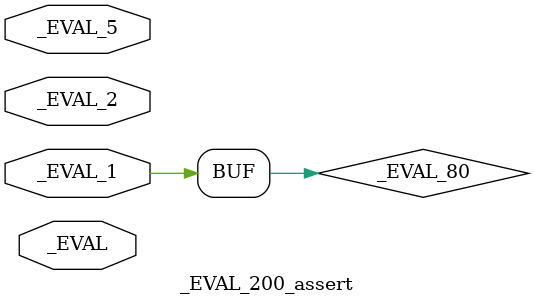
<source format=sv>
module _EVAL_200_assert(
  input        _EVAL,
  input        _EVAL_1,
  input        _EVAL_2,
  input  [3:0] _EVAL_5
);
  wire  _EVAL_4;
  wire  _EVAL_6;
  wire  _EVAL_8;
  wire  _EVAL_10;
  wire  _EVAL_13;
  wire  _EVAL_14;
  wire  _EVAL_15;
  wire  _EVAL_18;
  wire  _EVAL_20;
  wire  _EVAL_21;
  wire  _EVAL_23;
  wire  _EVAL_24;
  wire  _EVAL_25;
  wire  _EVAL_27;
  wire  _EVAL_28;
  wire  _EVAL_31;
  wire  _EVAL_32;
  wire  _EVAL_36;
  wire  _EVAL_37;
  wire  _EVAL_39;
  wire  _EVAL_40;
  wire  _EVAL_43;
  wire  _EVAL_45;
  wire  _EVAL_46;
  wire  _EVAL_47;
  wire  _EVAL_50;
  wire  _EVAL_52;
  wire  _EVAL_53;
  wire  _EVAL_54;
  wire  _EVAL_55;
  wire  _EVAL_56;
  wire  _EVAL_57;
  wire  _EVAL_58;
  wire  _EVAL_59;
  wire  _EVAL_61;
  wire  _EVAL_62;
  wire  _EVAL_64;
  wire  _EVAL_66;
  wire  _EVAL_67;
  wire  _EVAL_70;
  wire  _EVAL_72;
  wire  _EVAL_73;
  wire  _EVAL_74;
  wire  _EVAL_77;
  wire  _EVAL_80;
  wire  _EVAL_82;
  wire  _EVAL_84;
  wire  _EVAL_87;
  wire  _EVAL_88;
  wire  _EVAL_89;
  wire  _EVAL_90;
  wire  _EVAL_91;
  wire  _EVAL_92;
  wire  _EVAL_94;
  wire  _EVAL_95;
  wire  _EVAL_96;
  wire  _EVAL_97;
  wire  _EVAL_98;
  wire  _EVAL_103;
  wire  _EVAL_104;
  wire  _EVAL_105;
  wire  _EVAL_106;
  wire  _EVAL_109;
  wire  _EVAL_110;
  wire  _EVAL_111;
  wire  _EVAL_112;
  wire  _EVAL_113;
  assign _EVAL_4 = _EVAL_14 & _EVAL_80;
  assign _EVAL_73 = _EVAL_10 & _EVAL_2;
  assign _EVAL_70 = _EVAL_59 & _EVAL_24;
  assign _EVAL_10 = _EVAL_5 == 4'h6;
  assign _EVAL_96 = _EVAL_21 & _EVAL_80;
  assign _EVAL_59 = _EVAL_5 == 4'h8;
  assign _EVAL_74 = _EVAL_5 == 4'h9;
  assign _EVAL_111 = _EVAL_5 == 4'h4;
  assign _EVAL_72 = _EVAL_74 & _EVAL_2;
  assign _EVAL_62 = _EVAL_37 & _EVAL_2;
  assign _EVAL_113 = _EVAL_54 & _EVAL_80;
  assign _EVAL_28 = _EVAL_6 & _EVAL_24;
  assign _EVAL_43 = _EVAL_50 & _EVAL_80;
  assign _EVAL_106 = _EVAL_6 & _EVAL_80;
  assign _EVAL_18 = _EVAL_5 == 4'h7;
  assign _EVAL_67 = _EVAL_59 & _EVAL_80;
  assign _EVAL_13 = _EVAL_5 == 4'h2;
  assign _EVAL_45 = _EVAL_55 & _EVAL_80;
  assign _EVAL_84 = _EVAL_5 == 4'h5;
  assign _EVAL_31 = _EVAL_5 == 4'hf;
  assign _EVAL_15 = _EVAL_10 & _EVAL_80;
  assign _EVAL_46 = _EVAL_31 & _EVAL_80;
  assign _EVAL_61 = _EVAL_14 & _EVAL_2;
  assign _EVAL_54 = _EVAL_5 == 4'ha;
  assign _EVAL_109 = _EVAL_5 == 4'hb;
  assign _EVAL_58 = _EVAL_54 & _EVAL_24;
  assign _EVAL_98 = _EVAL_31 & _EVAL_24;
  assign _EVAL_23 = _EVAL_109 & _EVAL_80;
  assign _EVAL_91 = _EVAL_13 & _EVAL_24;
  assign _EVAL_21 = _EVAL_5 == 4'h3;
  assign _EVAL_89 = _EVAL_31 & _EVAL_2;
  assign _EVAL_88 = _EVAL_109 & _EVAL_24;
  assign _EVAL_50 = _EVAL_5 == 4'hc;
  assign _EVAL_47 = _EVAL_84 & _EVAL_2;
  assign _EVAL_110 = _EVAL_14 & _EVAL_24;
  assign _EVAL_53 = _EVAL_50 & _EVAL_2;
  assign _EVAL_87 = _EVAL_84 & _EVAL_80;
  assign _EVAL_37 = _EVAL_5 == 4'hd;
  assign _EVAL_56 = _EVAL_54 & _EVAL_2;
  assign _EVAL_52 = _EVAL_18 & _EVAL_80;
  assign _EVAL_82 = _EVAL_18 & _EVAL_24;
  assign _EVAL_112 = _EVAL_111 & _EVAL_80;
  assign _EVAL_80 = _EVAL_1;
  assign _EVAL_24 = ~_EVAL_2;
  assign _EVAL_64 = _EVAL_55 & _EVAL_24;
  assign _EVAL_92 = ~_EVAL_80;
  assign _EVAL_103 = _EVAL_21 & _EVAL_24;
  assign _EVAL_90 = _EVAL_74 & _EVAL_80;
  assign _EVAL_20 = _EVAL_10 & _EVAL_24;
  assign _EVAL_39 = _EVAL_84 & _EVAL_24;
  assign _EVAL_32 = _EVAL_13 & _EVAL_80;
  assign _EVAL_104 = _EVAL_37 & _EVAL_24;
  assign _EVAL_40 = _EVAL_59 & _EVAL_2;
  assign _EVAL_77 = _EVAL_21 & _EVAL_2;
  assign _EVAL_55 = _EVAL_5 == 4'h0;
  assign _EVAL_27 = _EVAL_37 & _EVAL_80;
  assign _EVAL_97 = _EVAL_111 & _EVAL_2;
  assign _EVAL_14 = _EVAL_5 == 4'h1;
  assign _EVAL_57 = _EVAL_18 & _EVAL_2;
  assign _EVAL_95 = _EVAL_50 & _EVAL_24;
  assign _EVAL_6 = _EVAL_5 == 4'he;
  assign _EVAL_66 = _EVAL_74 & _EVAL_24;
  assign _EVAL_25 = _EVAL_111 & _EVAL_24;
  assign _EVAL_36 = _EVAL_13 & _EVAL_2;
  assign _EVAL_8 = _EVAL_55 & _EVAL_2;
  assign _EVAL_94 = _EVAL_6 & _EVAL_2;
  assign _EVAL_105 = _EVAL_109 & _EVAL_2;
  always @(posedge _EVAL) begin
    `ifndef SYNTHESIS
    `ifdef PRINTF_COND
      if (`PRINTF_COND) begin
    `endif
        if (_EVAL_94 & _EVAL_92) begin
          $fwrite(32'h80000002,"Obfuscated Simulation Output(54eb487c)\n");
        end
    `ifdef PRINTF_COND
      end
    `endif
    `endif // SYNTHESIS
    `ifndef SYNTHESIS
    `ifdef PRINTF_COND
      if (`PRINTF_COND) begin
    `endif
        if (_EVAL_88 & _EVAL_92) begin
          $fwrite(32'h80000002,"Obfuscated Simulation Output(cec7298a)\n");
        end
    `ifdef PRINTF_COND
      end
    `endif
    `endif // SYNTHESIS
    `ifndef SYNTHESIS
    `ifdef PRINTF_COND
      if (`PRINTF_COND) begin
    `endif
        if (_EVAL_110 & _EVAL_92) begin
          $fwrite(32'h80000002,"Obfuscated Simulation Output(95776544)\n");
        end
    `ifdef PRINTF_COND
      end
    `endif
    `endif // SYNTHESIS
    `ifndef SYNTHESIS
    `ifdef PRINTF_COND
      if (`PRINTF_COND) begin
    `endif
        if (_EVAL_104 & _EVAL_92) begin
          $fwrite(32'h80000002,"Obfuscated Simulation Output(e6fec0b5)\n");
        end
    `ifdef PRINTF_COND
      end
    `endif
    `endif // SYNTHESIS
    `ifndef SYNTHESIS
    `ifdef PRINTF_COND
      if (`PRINTF_COND) begin
    `endif
        if (_EVAL_23 & _EVAL_92) begin
          $fwrite(32'h80000002,"Obfuscated Simulation Output(9bc134fb)\n");
        end
    `ifdef PRINTF_COND
      end
    `endif
    `endif // SYNTHESIS
    `ifndef SYNTHESIS
    `ifdef PRINTF_COND
      if (`PRINTF_COND) begin
    `endif
        if (_EVAL_113 & _EVAL_92) begin
          $fwrite(32'h80000002,"Obfuscated Simulation Output(fa49f817)\n");
        end
    `ifdef PRINTF_COND
      end
    `endif
    `endif // SYNTHESIS
    `ifndef SYNTHESIS
    `ifdef PRINTF_COND
      if (`PRINTF_COND) begin
    `endif
        if (_EVAL_97 & _EVAL_92) begin
          $fwrite(32'h80000002,"Obfuscated Simulation Output(d494e55a)\n");
        end
    `ifdef PRINTF_COND
      end
    `endif
    `endif // SYNTHESIS
    `ifndef SYNTHESIS
    `ifdef PRINTF_COND
      if (`PRINTF_COND) begin
    `endif
        if (_EVAL_77 & _EVAL_92) begin
          $fwrite(32'h80000002,"Obfuscated Simulation Output(c6e8c898)\n");
        end
    `ifdef PRINTF_COND
      end
    `endif
    `endif // SYNTHESIS
    `ifndef SYNTHESIS
    `ifdef PRINTF_COND
      if (`PRINTF_COND) begin
    `endif
        if (_EVAL_40 & _EVAL_92) begin
          $fwrite(32'h80000002,"Obfuscated Simulation Output(af7edd20)\n");
        end
    `ifdef PRINTF_COND
      end
    `endif
    `endif // SYNTHESIS
    `ifndef SYNTHESIS
    `ifdef PRINTF_COND
      if (`PRINTF_COND) begin
    `endif
        if (_EVAL_73 & _EVAL_92) begin
          $fwrite(32'h80000002,"Obfuscated Simulation Output(fb95267)\n");
        end
    `ifdef PRINTF_COND
      end
    `endif
    `endif // SYNTHESIS
    `ifndef SYNTHESIS
    `ifdef PRINTF_COND
      if (`PRINTF_COND) begin
    `endif
        if (_EVAL_82 & _EVAL_92) begin
          $fwrite(32'h80000002,"Obfuscated Simulation Output(4063409c)\n");
        end
    `ifdef PRINTF_COND
      end
    `endif
    `endif // SYNTHESIS
    `ifndef SYNTHESIS
    `ifdef PRINTF_COND
      if (`PRINTF_COND) begin
    `endif
        if (_EVAL_90 & _EVAL_92) begin
          $fwrite(32'h80000002,"Obfuscated Simulation Output(397043f2)\n");
        end
    `ifdef PRINTF_COND
      end
    `endif
    `endif // SYNTHESIS
    `ifndef SYNTHESIS
    `ifdef PRINTF_COND
      if (`PRINTF_COND) begin
    `endif
        if (_EVAL_27 & _EVAL_92) begin
          $fwrite(32'h80000002,"Obfuscated Simulation Output(c93f6fcb)\n");
        end
    `ifdef PRINTF_COND
      end
    `endif
    `endif // SYNTHESIS
    `ifndef SYNTHESIS
    `ifdef PRINTF_COND
      if (`PRINTF_COND) begin
    `endif
        if (_EVAL_57 & _EVAL_92) begin
          $fwrite(32'h80000002,"Obfuscated Simulation Output(d997b4fe)\n");
        end
    `ifdef PRINTF_COND
      end
    `endif
    `endif // SYNTHESIS
    `ifndef SYNTHESIS
    `ifdef PRINTF_COND
      if (`PRINTF_COND) begin
    `endif
        if (_EVAL_103 & _EVAL_92) begin
          $fwrite(32'h80000002,"Obfuscated Simulation Output(c2f6e18)\n");
        end
    `ifdef PRINTF_COND
      end
    `endif
    `endif // SYNTHESIS
    `ifndef SYNTHESIS
    `ifdef PRINTF_COND
      if (`PRINTF_COND) begin
    `endif
        if (_EVAL_98 & _EVAL_92) begin
          $fwrite(32'h80000002,"Obfuscated Simulation Output(c5f0a6b5)\n");
        end
    `ifdef PRINTF_COND
      end
    `endif
    `endif // SYNTHESIS
    `ifndef SYNTHESIS
    `ifdef PRINTF_COND
      if (`PRINTF_COND) begin
    `endif
        if (_EVAL_112 & _EVAL_92) begin
          $fwrite(32'h80000002,"Obfuscated Simulation Output(1b3d24d3)\n");
        end
    `ifdef PRINTF_COND
      end
    `endif
    `endif // SYNTHESIS
    `ifndef SYNTHESIS
    `ifdef PRINTF_COND
      if (`PRINTF_COND) begin
    `endif
        if (_EVAL_72 & _EVAL_92) begin
          $fwrite(32'h80000002,"Obfuscated Simulation Output(d6c7c3d8)\n");
        end
    `ifdef PRINTF_COND
      end
    `endif
    `endif // SYNTHESIS
    `ifndef SYNTHESIS
    `ifdef PRINTF_COND
      if (`PRINTF_COND) begin
    `endif
        if (_EVAL_25 & _EVAL_92) begin
          $fwrite(32'h80000002,"Obfuscated Simulation Output(44a67fee)\n");
        end
    `ifdef PRINTF_COND
      end
    `endif
    `endif // SYNTHESIS
    `ifndef SYNTHESIS
    `ifdef PRINTF_COND
      if (`PRINTF_COND) begin
    `endif
        if (_EVAL_56 & _EVAL_92) begin
          $fwrite(32'h80000002,"Obfuscated Simulation Output(56d5add3)\n");
        end
    `ifdef PRINTF_COND
      end
    `endif
    `endif // SYNTHESIS
    `ifndef SYNTHESIS
    `ifdef PRINTF_COND
      if (`PRINTF_COND) begin
    `endif
        if (_EVAL_4 & _EVAL_92) begin
          $fwrite(32'h80000002,"Obfuscated Simulation Output(c6f7736d)\n");
        end
    `ifdef PRINTF_COND
      end
    `endif
    `endif // SYNTHESIS
    `ifndef SYNTHESIS
    `ifdef PRINTF_COND
      if (`PRINTF_COND) begin
    `endif
        if (_EVAL_43 & _EVAL_92) begin
          $fwrite(32'h80000002,"Obfuscated Simulation Output(3b1b230c)\n");
        end
    `ifdef PRINTF_COND
      end
    `endif
    `endif // SYNTHESIS
    `ifndef SYNTHESIS
    `ifdef PRINTF_COND
      if (`PRINTF_COND) begin
    `endif
        if (_EVAL_62 & _EVAL_92) begin
          $fwrite(32'h80000002,"Obfuscated Simulation Output(a16adac5)\n");
        end
    `ifdef PRINTF_COND
      end
    `endif
    `endif // SYNTHESIS
    `ifndef SYNTHESIS
    `ifdef PRINTF_COND
      if (`PRINTF_COND) begin
    `endif
        if (_EVAL_95 & _EVAL_92) begin
          $fwrite(32'h80000002,"Obfuscated Simulation Output(8282d629)\n");
        end
    `ifdef PRINTF_COND
      end
    `endif
    `endif // SYNTHESIS
    `ifndef SYNTHESIS
    `ifdef PRINTF_COND
      if (`PRINTF_COND) begin
    `endif
        if (_EVAL_46 & _EVAL_92) begin
          $fwrite(32'h80000002,"Obfuscated Simulation Output(762d94a)\n");
        end
    `ifdef PRINTF_COND
      end
    `endif
    `endif // SYNTHESIS
    `ifndef SYNTHESIS
    `ifdef PRINTF_COND
      if (`PRINTF_COND) begin
    `endif
        if (_EVAL_70 & _EVAL_92) begin
          $fwrite(32'h80000002,"Obfuscated Simulation Output(b0a4a287)\n");
        end
    `ifdef PRINTF_COND
      end
    `endif
    `endif // SYNTHESIS
    `ifndef SYNTHESIS
    `ifdef PRINTF_COND
      if (`PRINTF_COND) begin
    `endif
        if (_EVAL_61 & _EVAL_92) begin
          $fwrite(32'h80000002,"Obfuscated Simulation Output(19cccdf8)\n");
        end
    `ifdef PRINTF_COND
      end
    `endif
    `endif // SYNTHESIS
    `ifndef SYNTHESIS
    `ifdef PRINTF_COND
      if (`PRINTF_COND) begin
    `endif
        if (_EVAL_8 & _EVAL_92) begin
          $fwrite(32'h80000002,"Obfuscated Simulation Output(564e0447)\n");
        end
    `ifdef PRINTF_COND
      end
    `endif
    `endif // SYNTHESIS
    `ifndef SYNTHESIS
    `ifdef PRINTF_COND
      if (`PRINTF_COND) begin
    `endif
        if (_EVAL_105 & _EVAL_92) begin
          $fwrite(32'h80000002,"Obfuscated Simulation Output(9fd1fc89)\n");
        end
    `ifdef PRINTF_COND
      end
    `endif
    `endif // SYNTHESIS
    `ifndef SYNTHESIS
    `ifdef PRINTF_COND
      if (`PRINTF_COND) begin
    `endif
        if (_EVAL_36 & _EVAL_92) begin
          $fwrite(32'h80000002,"Obfuscated Simulation Output(cbd14242)\n");
        end
    `ifdef PRINTF_COND
      end
    `endif
    `endif // SYNTHESIS
    `ifndef SYNTHESIS
    `ifdef PRINTF_COND
      if (`PRINTF_COND) begin
    `endif
        if (_EVAL_15 & _EVAL_92) begin
          $fwrite(32'h80000002,"Obfuscated Simulation Output(240b2c8c)\n");
        end
    `ifdef PRINTF_COND
      end
    `endif
    `endif // SYNTHESIS
    `ifndef SYNTHESIS
    `ifdef PRINTF_COND
      if (`PRINTF_COND) begin
    `endif
        if (_EVAL_47 & _EVAL_92) begin
          $fwrite(32'h80000002,"Obfuscated Simulation Output(61d6fb31)\n");
        end
    `ifdef PRINTF_COND
      end
    `endif
    `endif // SYNTHESIS
    `ifndef SYNTHESIS
    `ifdef PRINTF_COND
      if (`PRINTF_COND) begin
    `endif
        if (_EVAL_64 & _EVAL_92) begin
          $fwrite(32'h80000002,"Obfuscated Simulation Output(a49a7b2b)\n");
        end
    `ifdef PRINTF_COND
      end
    `endif
    `endif // SYNTHESIS
    `ifndef SYNTHESIS
    `ifdef PRINTF_COND
      if (`PRINTF_COND) begin
    `endif
        if (_EVAL_87 & _EVAL_92) begin
          $fwrite(32'h80000002,"Obfuscated Simulation Output(23209941)\n");
        end
    `ifdef PRINTF_COND
      end
    `endif
    `endif // SYNTHESIS
    `ifndef SYNTHESIS
    `ifdef PRINTF_COND
      if (`PRINTF_COND) begin
    `endif
        if (_EVAL_106 & _EVAL_92) begin
          $fwrite(32'h80000002,"Obfuscated Simulation Output(e84c7f70)\n");
        end
    `ifdef PRINTF_COND
      end
    `endif
    `endif // SYNTHESIS
    `ifndef SYNTHESIS
    `ifdef PRINTF_COND
      if (`PRINTF_COND) begin
    `endif
        if (_EVAL_32 & _EVAL_92) begin
          $fwrite(32'h80000002,"Obfuscated Simulation Output(5f1bba4)\n");
        end
    `ifdef PRINTF_COND
      end
    `endif
    `endif // SYNTHESIS
    `ifndef SYNTHESIS
    `ifdef PRINTF_COND
      if (`PRINTF_COND) begin
    `endif
        if (_EVAL_91 & _EVAL_92) begin
          $fwrite(32'h80000002,"Obfuscated Simulation Output(4f39bb7c)\n");
        end
    `ifdef PRINTF_COND
      end
    `endif
    `endif // SYNTHESIS
    `ifndef SYNTHESIS
    `ifdef PRINTF_COND
      if (`PRINTF_COND) begin
    `endif
        if (_EVAL_20 & _EVAL_92) begin
          $fwrite(32'h80000002,"Obfuscated Simulation Output(72ea99fc)\n");
        end
    `ifdef PRINTF_COND
      end
    `endif
    `endif // SYNTHESIS
    `ifndef SYNTHESIS
    `ifdef PRINTF_COND
      if (`PRINTF_COND) begin
    `endif
        if (_EVAL_67 & _EVAL_92) begin
          $fwrite(32'h80000002,"Obfuscated Simulation Output(9354c8a)\n");
        end
    `ifdef PRINTF_COND
      end
    `endif
    `endif // SYNTHESIS
    `ifndef SYNTHESIS
    `ifdef PRINTF_COND
      if (`PRINTF_COND) begin
    `endif
        if (_EVAL_28 & _EVAL_92) begin
          $fwrite(32'h80000002,"Obfuscated Simulation Output(b978e73b)\n");
        end
    `ifdef PRINTF_COND
      end
    `endif
    `endif // SYNTHESIS
    `ifndef SYNTHESIS
    `ifdef PRINTF_COND
      if (`PRINTF_COND) begin
    `endif
        if (_EVAL_66 & _EVAL_92) begin
          $fwrite(32'h80000002,"Obfuscated Simulation Output(6d256f12)\n");
        end
    `ifdef PRINTF_COND
      end
    `endif
    `endif // SYNTHESIS
    `ifndef SYNTHESIS
    `ifdef PRINTF_COND
      if (`PRINTF_COND) begin
    `endif
        if (_EVAL_53 & _EVAL_92) begin
          $fwrite(32'h80000002,"Obfuscated Simulation Output(6551f21)\n");
        end
    `ifdef PRINTF_COND
      end
    `endif
    `endif // SYNTHESIS
    `ifndef SYNTHESIS
    `ifdef PRINTF_COND
      if (`PRINTF_COND) begin
    `endif
        if (_EVAL_52 & _EVAL_92) begin
          $fwrite(32'h80000002,"Obfuscated Simulation Output(bdbf35)\n");
        end
    `ifdef PRINTF_COND
      end
    `endif
    `endif // SYNTHESIS
    `ifndef SYNTHESIS
    `ifdef PRINTF_COND
      if (`PRINTF_COND) begin
    `endif
        if (_EVAL_89 & _EVAL_92) begin
          $fwrite(32'h80000002,"Obfuscated Simulation Output(1889f32b)\n");
        end
    `ifdef PRINTF_COND
      end
    `endif
    `endif // SYNTHESIS
    `ifndef SYNTHESIS
    `ifdef PRINTF_COND
      if (`PRINTF_COND) begin
    `endif
        if (_EVAL_39 & _EVAL_92) begin
          $fwrite(32'h80000002,"Obfuscated Simulation Output(658e600b)\n");
        end
    `ifdef PRINTF_COND
      end
    `endif
    `endif // SYNTHESIS
    `ifndef SYNTHESIS
    `ifdef PRINTF_COND
      if (`PRINTF_COND) begin
    `endif
        if (_EVAL_45 & _EVAL_92) begin
          $fwrite(32'h80000002,"Obfuscated Simulation Output(9c456feb)\n");
        end
    `ifdef PRINTF_COND
      end
    `endif
    `endif // SYNTHESIS
    `ifndef SYNTHESIS
    `ifdef PRINTF_COND
      if (`PRINTF_COND) begin
    `endif
        if (_EVAL_96 & _EVAL_92) begin
          $fwrite(32'h80000002,"Obfuscated Simulation Output(8362fc97)\n");
        end
    `ifdef PRINTF_COND
      end
    `endif
    `endif // SYNTHESIS
    `ifndef SYNTHESIS
    `ifdef PRINTF_COND
      if (`PRINTF_COND) begin
    `endif
        if (_EVAL_58 & _EVAL_92) begin
          $fwrite(32'h80000002,"Obfuscated Simulation Output(f34e1981)\n");
        end
    `ifdef PRINTF_COND
      end
    `endif
    `endif // SYNTHESIS
  end

endmodule

</source>
